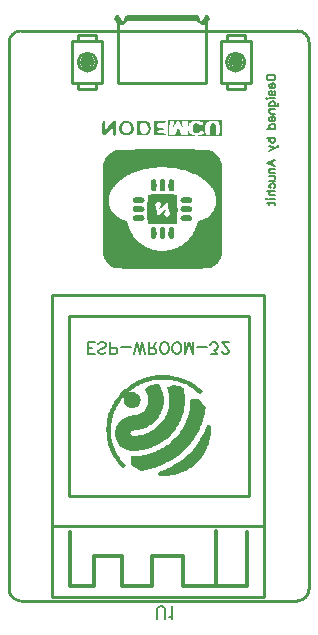
<source format=gbo>
G04 Layer: BottomSilkLayer*
G04 EasyEDA v6.4.14, 2021-02-05T01:12:07+07:00*
G04 a11fb1351f8b4d80ab88c56e364234f4,ed1066999ab64682bb259e5b7afb0417,10*
G04 Gerber Generator version 0.2*
G04 Scale: 100 percent, Rotated: No, Reflected: No *
G04 Dimensions in millimeters *
G04 leading zeros omitted , absolute positions ,4 integer and 5 decimal *
%FSLAX45Y45*%
%MOMM*%

%ADD10C,0.2540*%
%ADD17C,0.1524*%
%ADD18C,0.2997*%
%ADD19C,0.1270*%

%LPD*%
G36*
X8282431Y2321306D02*
G01*
X8258809Y2320493D01*
X8246973Y2319629D01*
X8223453Y2317140D01*
X8211718Y2315464D01*
X8188350Y2311247D01*
X8165185Y2305913D01*
X8147964Y2301138D01*
X8136534Y2297582D01*
X8125206Y2293772D01*
X8113928Y2289708D01*
X8097215Y2283002D01*
X8086140Y2278227D01*
X8064296Y2267762D01*
X8053527Y2262073D01*
X8042859Y2256129D01*
X8032343Y2249881D01*
X8021929Y2243378D01*
X8011617Y2236571D01*
X8001457Y2229510D01*
X7991398Y2222093D01*
X7981594Y2214473D01*
X7971993Y2206650D01*
X7962696Y2198624D01*
X7953603Y2190343D01*
X7944764Y2181860D01*
X7936179Y2173173D01*
X7927848Y2164283D01*
X7919770Y2155190D01*
X7911947Y2145893D01*
X7904378Y2136394D01*
X7897063Y2126691D01*
X7890002Y2116785D01*
X7883194Y2106726D01*
X7876692Y2096465D01*
X7870444Y2086000D01*
X7864449Y2075383D01*
X7858709Y2064562D01*
X7853273Y2053589D01*
X7848092Y2042464D01*
X7843215Y2031136D01*
X7838592Y2019604D01*
X7834223Y2007971D01*
X7826400Y1984146D01*
X7822946Y1972005D01*
X7820355Y1961845D01*
X7818018Y1951075D01*
X7815986Y1939747D01*
X7814208Y1928012D01*
X7812684Y1915922D01*
X7811414Y1903526D01*
X7810449Y1890928D01*
X7809534Y1871827D01*
X7809230Y1859127D01*
X7809230Y1846478D01*
X7809839Y1827834D01*
X7810550Y1815744D01*
X7811617Y1804009D01*
X7812938Y1792732D01*
X7814614Y1782013D01*
X7816951Y1769364D01*
X7819644Y1756867D01*
X7822692Y1744522D01*
X7826044Y1732280D01*
X7829753Y1720138D01*
X7833817Y1708150D01*
X7838186Y1696262D01*
X7842859Y1684528D01*
X7847888Y1672945D01*
X7853273Y1661464D01*
X7858963Y1650136D01*
X7864957Y1638960D01*
X7871307Y1627886D01*
X7877962Y1616964D01*
X7888630Y1600860D01*
X7896098Y1590294D01*
X7903921Y1579880D01*
X7912049Y1569567D01*
X7920532Y1559458D01*
X7932978Y1545437D01*
X7939989Y1538071D01*
X7945120Y1533042D01*
X7947659Y1531213D01*
X7949590Y1532229D01*
X7953146Y1534871D01*
X7963204Y1543710D01*
X7976514Y1556258D01*
X7958632Y1574749D01*
X7950504Y1583690D01*
X7942630Y1593037D01*
X7934959Y1602740D01*
X7927543Y1612747D01*
X7920380Y1623060D01*
X7913471Y1633626D01*
X7906816Y1644446D01*
X7900466Y1655521D01*
X7891475Y1672488D01*
X7885887Y1684020D01*
X7880654Y1695653D01*
X7875727Y1707438D01*
X7871206Y1719325D01*
X7866989Y1731264D01*
X7863179Y1743252D01*
X7859775Y1755241D01*
X7856728Y1767230D01*
X7854137Y1779219D01*
X7851952Y1791157D01*
X7850225Y1803298D01*
X7848904Y1815896D01*
X7848041Y1828901D01*
X7847533Y1842160D01*
X7847482Y1855622D01*
X7847838Y1869287D01*
X7848600Y1883054D01*
X7849717Y1896821D01*
X7851292Y1910588D01*
X7853172Y1924253D01*
X7855458Y1937715D01*
X7858099Y1950974D01*
X7861147Y1963877D01*
X7864500Y1976475D01*
X7868208Y1988616D01*
X7872272Y2000250D01*
X7876540Y2011070D01*
X7881518Y2022348D01*
X7887055Y2034032D01*
X7893100Y2045919D01*
X7899552Y2057857D01*
X7906308Y2069693D01*
X7913319Y2081326D01*
X7920431Y2092604D01*
X7927644Y2103323D01*
X7934756Y2113432D01*
X7941767Y2122678D01*
X7948574Y2131009D01*
X7955076Y2138222D01*
X7961172Y2144217D01*
X7970012Y2152243D01*
X7963712Y2140356D01*
X7960969Y2133904D01*
X7959039Y2126081D01*
X7957820Y2117090D01*
X7957464Y2107234D01*
X7957870Y2095754D01*
X7958480Y2091182D01*
X7959445Y2087118D01*
X7960817Y2083358D01*
X7962696Y2079599D01*
X7965084Y2075688D01*
X7968132Y2071319D01*
X7971942Y2066493D01*
X7976057Y2062124D01*
X7980425Y2058162D01*
X7984998Y2054555D01*
X7989773Y2051405D01*
X7994751Y2048713D01*
X7999882Y2046376D01*
X8005114Y2044496D01*
X8010448Y2043023D01*
X8015884Y2041956D01*
X8021370Y2041347D01*
X8026908Y2041093D01*
X8032394Y2041296D01*
X8037880Y2041906D01*
X8043265Y2042972D01*
X8048650Y2044395D01*
X8053882Y2046274D01*
X8059013Y2048560D01*
X8063941Y2051304D01*
X8068767Y2054402D01*
X8073339Y2057958D01*
X8077657Y2061921D01*
X8081772Y2066289D01*
X8085581Y2071116D01*
X8088680Y2075789D01*
X8091373Y2080514D01*
X8093557Y2085289D01*
X8095335Y2090166D01*
X8096656Y2094992D01*
X8097570Y2099868D01*
X8098078Y2104745D01*
X8098231Y2109571D01*
X8097977Y2114346D01*
X8097316Y2119122D01*
X8096351Y2123795D01*
X8095081Y2128367D01*
X8093456Y2132838D01*
X8089290Y2141474D01*
X8086750Y2145538D01*
X8083956Y2149449D01*
X8080908Y2153208D01*
X8077657Y2156764D01*
X8074152Y2160117D01*
X8070443Y2163216D01*
X8062417Y2168702D01*
X8058099Y2171039D01*
X8053679Y2173071D01*
X8049107Y2174798D01*
X8044383Y2176221D01*
X8039506Y2177338D01*
X8034578Y2178050D01*
X8029549Y2178456D01*
X8024418Y2178405D01*
X8019237Y2177999D01*
X8014004Y2177186D01*
X8008721Y2175916D01*
X8003438Y2174189D01*
X7998155Y2172055D01*
X7982356Y2164892D01*
X8004556Y2184196D01*
X8013649Y2191562D01*
X8023250Y2198725D01*
X8033258Y2205685D01*
X8043672Y2212492D01*
X8054492Y2219045D01*
X8065617Y2225344D01*
X8077098Y2231440D01*
X8088833Y2237282D01*
X8100872Y2242820D01*
X8113115Y2248103D01*
X8125561Y2253030D01*
X8138210Y2257704D01*
X8150961Y2262022D01*
X8163864Y2266035D01*
X8176818Y2269642D01*
X8189823Y2272944D01*
X8202879Y2275789D01*
X8214258Y2277973D01*
X8224621Y2279497D01*
X8235696Y2280716D01*
X8247430Y2281682D01*
X8259673Y2282342D01*
X8272272Y2282748D01*
X8285124Y2282901D01*
X8298129Y2282748D01*
X8323834Y2281631D01*
X8348421Y2279396D01*
X8360003Y2277872D01*
X8370874Y2276094D01*
X8382253Y2273808D01*
X8394700Y2270912D01*
X8407095Y2267661D01*
X8419490Y2264003D01*
X8431784Y2260041D01*
X8443976Y2255723D01*
X8456066Y2251100D01*
X8468004Y2246122D01*
X8479739Y2240889D01*
X8497062Y2232456D01*
X8508288Y2226462D01*
X8519261Y2220264D01*
X8529980Y2213762D01*
X8540394Y2207056D01*
X8550452Y2200097D01*
X8560206Y2192934D01*
X8569553Y2185568D01*
X8586216Y2171496D01*
X8592921Y2166162D01*
X8597950Y2162556D01*
X8600541Y2161235D01*
X8602624Y2162149D01*
X8606078Y2164740D01*
X8610498Y2168550D01*
X8615426Y2173224D01*
X8622233Y2180234D01*
X8625027Y2184603D01*
X8624316Y2188108D01*
X8620556Y2192578D01*
X8615629Y2197150D01*
X8607348Y2204110D01*
X8596782Y2212543D01*
X8585149Y2221484D01*
X8575141Y2228850D01*
X8564981Y2235911D01*
X8554669Y2242718D01*
X8539022Y2252421D01*
X8528405Y2258517D01*
X8512352Y2267102D01*
X8501481Y2272487D01*
X8490508Y2277618D01*
X8479434Y2282444D01*
X8468309Y2286965D01*
X8457082Y2291232D01*
X8445804Y2295245D01*
X8434425Y2298954D01*
X8422995Y2302357D01*
X8399932Y2308352D01*
X8376666Y2313178D01*
X8364981Y2315210D01*
X8341461Y2318359D01*
X8323783Y2319985D01*
X8311997Y2320696D01*
X8300161Y2321153D01*
G37*
G36*
X8240014Y2247392D02*
G01*
X8233714Y2246833D01*
X8216950Y2244039D01*
X8199120Y2240432D01*
X8186674Y2237028D01*
X8181035Y2235047D01*
X8175650Y2232812D01*
X8170519Y2230374D01*
X8165592Y2227580D01*
X8160816Y2224532D01*
X8156092Y2221077D01*
X8151418Y2217318D01*
X8141868Y2208479D01*
X8130540Y2197252D01*
X8141258Y2181809D01*
X8146999Y2172512D01*
X8149539Y2167585D01*
X8153958Y2157323D01*
X8157464Y2146604D01*
X8158886Y2141067D01*
X8161020Y2129790D01*
X8162290Y2118309D01*
X8162594Y2106777D01*
X8161985Y2095347D01*
X8160410Y2084019D01*
X8157870Y2073046D01*
X8156295Y2067712D01*
X8152333Y2057400D01*
X8149996Y2052472D01*
X8147151Y2047189D01*
X8143951Y2042007D01*
X8140496Y2036927D01*
X8136737Y2031898D01*
X8132775Y2027072D01*
X8124088Y2017775D01*
X8114639Y2009190D01*
X8104631Y2001469D01*
X8099501Y1997964D01*
X8088985Y1991715D01*
X8078317Y1986686D01*
X8072983Y1984654D01*
X8067649Y1982978D01*
X8062417Y1981657D01*
X8046415Y1979168D01*
X8011363Y1974138D01*
X7998815Y1971649D01*
X7987080Y1968449D01*
X7976057Y1964486D01*
X7970774Y1962251D01*
X7965592Y1959762D01*
X7955534Y1954123D01*
X7945729Y1947519D01*
X7936026Y1939899D01*
X7926628Y1931466D01*
X7918196Y1922780D01*
X7910677Y1913788D01*
X7904073Y1904441D01*
X7898384Y1894789D01*
X7893608Y1884781D01*
X7889748Y1874418D01*
X7886801Y1863699D01*
X7884769Y1852625D01*
X7884058Y1846986D01*
X7883347Y1835353D01*
X7883550Y1823364D01*
X7884668Y1811020D01*
X7885582Y1804517D01*
X7886750Y1798167D01*
X7888173Y1791868D01*
X7889849Y1785721D01*
X7893913Y1773834D01*
X7896250Y1768043D01*
X7898841Y1762404D01*
X7904683Y1751584D01*
X7907934Y1746351D01*
X7911388Y1741322D01*
X7918958Y1731670D01*
X7927289Y1722678D01*
X7936433Y1714398D01*
X7946339Y1706829D01*
X7956956Y1700022D01*
X7962493Y1696872D01*
X7974177Y1691233D01*
X7986471Y1686407D01*
X7992872Y1684324D01*
X8001000Y1682597D01*
X8012480Y1681124D01*
X8025790Y1680108D01*
X8039404Y1679600D01*
X8051038Y1679702D01*
X8062823Y1680210D01*
X8074761Y1681124D01*
X8086801Y1682394D01*
X8098942Y1684121D01*
X8111185Y1686204D01*
X8123478Y1688693D01*
X8135823Y1691538D01*
X8148218Y1694789D01*
X8160562Y1698396D01*
X8172856Y1702358D01*
X8185099Y1706676D01*
X8197291Y1711350D01*
X8209381Y1716379D01*
X8221370Y1721713D01*
X8233206Y1727403D01*
X8244586Y1733296D01*
X8255762Y1739493D01*
X8266734Y1745996D01*
X8277453Y1752803D01*
X8287969Y1759915D01*
X8298281Y1767281D01*
X8308340Y1774901D01*
X8318144Y1782876D01*
X8327694Y1791055D01*
X8336991Y1799488D01*
X8346084Y1808175D01*
X8354872Y1817116D01*
X8363407Y1826310D01*
X8371636Y1835708D01*
X8379612Y1845310D01*
X8387283Y1855114D01*
X8394700Y1865172D01*
X8401812Y1875383D01*
X8408619Y1885848D01*
X8415121Y1896465D01*
X8421268Y1907235D01*
X8427161Y1918207D01*
X8432698Y1929333D01*
X8437930Y1940610D01*
X8442807Y1952040D01*
X8447379Y1963572D01*
X8451545Y1975307D01*
X8455406Y1987143D01*
X8458911Y1999081D01*
X8462060Y2011121D01*
X8464804Y2023313D01*
X8467191Y2035556D01*
X8468817Y2045970D01*
X8470188Y2057400D01*
X8471204Y2069642D01*
X8471966Y2082495D01*
X8472424Y2095754D01*
X8472474Y2122627D01*
X8471357Y2148535D01*
X8470341Y2160574D01*
X8469020Y2171801D01*
X8467445Y2181860D01*
X8462111Y2211578D01*
X8460384Y2212695D01*
X8448700Y2217674D01*
X8430717Y2224481D01*
X8412022Y2231034D01*
X8381847Y2240229D01*
X8343341Y2226208D01*
X8336483Y2223516D01*
X8331352Y2221230D01*
X8327796Y2219248D01*
X8325561Y2217420D01*
X8324443Y2215591D01*
X8324189Y2213660D01*
X8324646Y2211476D01*
X8329777Y2194306D01*
X8333740Y2179878D01*
X8336686Y2167229D01*
X8338667Y2155545D01*
X8339886Y2143810D01*
X8340445Y2131212D01*
X8340445Y2116785D01*
X8339277Y2080564D01*
X8338312Y2065426D01*
X8336940Y2053132D01*
X8334959Y2042261D01*
X8332216Y2031695D01*
X8328507Y2020062D01*
X8323935Y2007311D01*
X8319109Y1995068D01*
X8313928Y1983333D01*
X8308441Y1972056D01*
X8302548Y1961235D01*
X8296300Y1950770D01*
X8289594Y1940661D01*
X8282431Y1930806D01*
X8274862Y1921256D01*
X8266734Y1911908D01*
X8258098Y1902714D01*
X8248903Y1893620D01*
X8239759Y1885238D01*
X8230362Y1877212D01*
X8220760Y1869643D01*
X8210956Y1862480D01*
X8200948Y1855724D01*
X8190788Y1849374D01*
X8180425Y1843481D01*
X8169859Y1837994D01*
X8159191Y1832965D01*
X8148320Y1828342D01*
X8137347Y1824177D01*
X8126171Y1820468D01*
X8114944Y1817217D01*
X8103514Y1814372D01*
X8092033Y1812036D01*
X8080400Y1810105D01*
X8068716Y1808683D01*
X8056930Y1807718D01*
X8038541Y1806752D01*
X8032546Y1806702D01*
X8028178Y1807108D01*
X8024977Y1807921D01*
X8022539Y1809292D01*
X8020558Y1811223D01*
X8018576Y1813814D01*
X8015478Y1818792D01*
X8013547Y1823516D01*
X8012785Y1827987D01*
X8013141Y1832152D01*
X8014614Y1836013D01*
X8017205Y1839569D01*
X8020812Y1842770D01*
X8025536Y1845564D01*
X8031225Y1847951D01*
X8037931Y1849932D01*
X8045653Y1851456D01*
X8060181Y1853133D01*
X8071967Y1854809D01*
X8083753Y1857044D01*
X8095488Y1859838D01*
X8107172Y1863242D01*
X8118754Y1867103D01*
X8130235Y1871522D01*
X8141462Y1876399D01*
X8152536Y1881784D01*
X8163356Y1887575D01*
X8173872Y1893824D01*
X8184032Y1900478D01*
X8193887Y1907489D01*
X8203285Y1914906D01*
X8212328Y1922678D01*
X8220811Y1930755D01*
X8228838Y1939137D01*
X8236305Y1947824D01*
X8243620Y1957324D01*
X8250732Y1967484D01*
X8257336Y1977847D01*
X8263381Y1988413D01*
X8268919Y1999132D01*
X8273897Y2010054D01*
X8278368Y2021078D01*
X8282279Y2032254D01*
X8285632Y2043582D01*
X8288477Y2054961D01*
X8290763Y2066442D01*
X8292541Y2077974D01*
X8293709Y2089556D01*
X8294370Y2101240D01*
X8294471Y2112873D01*
X8294065Y2124557D01*
X8293049Y2136241D01*
X8291474Y2147925D01*
X8289391Y2159558D01*
X8286750Y2171141D01*
X8283498Y2182672D01*
X8279739Y2194153D01*
X8275370Y2205482D01*
X8270494Y2216759D01*
X8264550Y2228951D01*
X8261654Y2234438D01*
X8258860Y2238857D01*
X8256066Y2242312D01*
X8252968Y2244801D01*
X8249412Y2246426D01*
X8245144Y2247239D01*
G37*
G36*
X8589924Y2120138D02*
G01*
X8533739Y2118664D01*
X8530234Y2118207D01*
X8527389Y2117445D01*
X8525103Y2116226D01*
X8523325Y2114499D01*
X8522004Y2112162D01*
X8520988Y2109063D01*
X8520226Y2105152D01*
X8519210Y2094484D01*
X8517382Y2063902D01*
X8516213Y2052066D01*
X8514689Y2040229D01*
X8512810Y2028342D01*
X8510574Y2016404D01*
X8507933Y2004415D01*
X8504986Y1992477D01*
X8501634Y1980488D01*
X8497976Y1968550D01*
X8493963Y1956663D01*
X8489594Y1944827D01*
X8484920Y1933041D01*
X8479891Y1921357D01*
X8474557Y1909775D01*
X8468918Y1898294D01*
X8462975Y1886966D01*
X8456726Y1875739D01*
X8450173Y1864715D01*
X8443315Y1853793D01*
X8436203Y1843125D01*
X8429650Y1833880D01*
X8423046Y1825396D01*
X8415426Y1816354D01*
X8407044Y1806905D01*
X8388299Y1787194D01*
X8367928Y1767484D01*
X8357565Y1757934D01*
X8347202Y1748789D01*
X8337042Y1740204D01*
X8327237Y1732280D01*
X8317941Y1725218D01*
X8309203Y1719072D01*
X8299602Y1712975D01*
X8288375Y1706219D01*
X8276996Y1699717D01*
X8265464Y1693519D01*
X8253831Y1687575D01*
X8242046Y1681937D01*
X8218322Y1671523D01*
X8206333Y1666748D01*
X8194344Y1662277D01*
X8182356Y1658162D01*
X8170316Y1654302D01*
X8158327Y1650796D01*
X8146338Y1647596D01*
X8134400Y1644751D01*
X8122513Y1642262D01*
X8110778Y1640078D01*
X8099094Y1638249D01*
X8087512Y1636776D01*
X8076082Y1635658D01*
X8064804Y1634947D01*
X8053679Y1634540D01*
X8020761Y1634489D01*
X8017611Y1610918D01*
X8016392Y1592732D01*
X8016290Y1578610D01*
X8016595Y1573936D01*
X8017306Y1570177D01*
X8018627Y1566926D01*
X8020659Y1563878D01*
X8023656Y1560677D01*
X8033156Y1552651D01*
X8041589Y1546199D01*
X8051952Y1538833D01*
X8062975Y1531366D01*
X8073288Y1524812D01*
X8082788Y1519275D01*
X8091474Y1514805D01*
X8098383Y1511706D01*
X8102549Y1510588D01*
X8107934Y1511147D01*
X8131657Y1514957D01*
X8147050Y1517700D01*
X8165541Y1521460D01*
X8190026Y1527403D01*
X8202218Y1530756D01*
X8214359Y1534363D01*
X8238439Y1542288D01*
X8256320Y1548892D01*
X8279841Y1558544D01*
X8297265Y1566367D01*
X8308746Y1571904D01*
X8325764Y1580591D01*
X8348014Y1592884D01*
X8364423Y1602689D01*
X8385759Y1616506D01*
X8396173Y1623669D01*
X8416594Y1638655D01*
X8426602Y1646428D01*
X8446008Y1662531D01*
X8460079Y1675079D01*
X8473694Y1687982D01*
X8486851Y1701292D01*
X8503716Y1719630D01*
X8511794Y1729028D01*
X8527237Y1748180D01*
X8541918Y1767941D01*
X8548928Y1778050D01*
X8562289Y1798624D01*
X8571788Y1814423D01*
X8577834Y1825040D01*
X8589264Y1846732D01*
X8597239Y1863242D01*
X8602268Y1874367D01*
X8611616Y1896922D01*
X8615984Y1908352D01*
X8620099Y1919833D01*
X8623960Y1931365D01*
X8627567Y1942998D01*
X8634069Y1966417D01*
X8639606Y1990089D01*
X8644077Y2013966D01*
X8648496Y2040178D01*
X8632342Y2065629D01*
X8625230Y2075992D01*
X8617305Y2086813D01*
X8609533Y2096820D01*
G37*
G36*
X8666835Y1897938D02*
G01*
X8662822Y1895500D01*
X8658707Y1888286D01*
X8645906Y1857756D01*
X8640978Y1846732D01*
X8633155Y1830324D01*
X8622030Y1808835D01*
X8613140Y1793036D01*
X8600592Y1772361D01*
X8587282Y1752142D01*
X8580374Y1742236D01*
X8565946Y1722831D01*
X8550808Y1703933D01*
X8538972Y1690166D01*
X8522614Y1672234D01*
X8505596Y1654962D01*
X8492388Y1642364D01*
X8478824Y1630121D01*
X8464905Y1618284D01*
X8445804Y1603044D01*
X8436051Y1595678D01*
X8421116Y1584909D01*
X8405876Y1574596D01*
X8390331Y1564640D01*
X8374430Y1555089D01*
X8352840Y1543050D01*
X8330742Y1531772D01*
X8302701Y1518716D01*
X8272322Y1505813D01*
X8257286Y1500174D01*
X8250631Y1497279D01*
X8246160Y1494891D01*
X8244535Y1493316D01*
X8244941Y1491335D01*
X8247837Y1483309D01*
X8255304Y1465834D01*
X8291474Y1465834D01*
X8303717Y1466189D01*
X8315909Y1466900D01*
X8328101Y1467967D01*
X8340191Y1469390D01*
X8352281Y1471117D01*
X8364321Y1473200D01*
X8376259Y1475638D01*
X8388146Y1478432D01*
X8399932Y1481531D01*
X8411667Y1484985D01*
X8423249Y1488744D01*
X8434781Y1492808D01*
X8446160Y1497279D01*
X8457438Y1502003D01*
X8468563Y1507083D01*
X8479536Y1512468D01*
X8490407Y1518158D01*
X8501075Y1524203D01*
X8511590Y1530502D01*
X8521039Y1536598D01*
X8529929Y1542999D01*
X8539429Y1550365D01*
X8549233Y1558544D01*
X8559292Y1567332D01*
X8569401Y1576628D01*
X8579307Y1586230D01*
X8588959Y1595983D01*
X8598052Y1605686D01*
X8606536Y1615236D01*
X8614206Y1624380D01*
X8620861Y1633067D01*
X8627516Y1642668D01*
X8634679Y1653895D01*
X8641486Y1665325D01*
X8647887Y1676958D01*
X8653881Y1688795D01*
X8659469Y1700784D01*
X8664702Y1712975D01*
X8669477Y1725269D01*
X8673846Y1737715D01*
X8677808Y1750314D01*
X8681364Y1763014D01*
X8684463Y1775764D01*
X8687155Y1788617D01*
X8689390Y1801520D01*
X8691168Y1814525D01*
X8692540Y1827530D01*
X8693454Y1840534D01*
X8693912Y1853590D01*
X8693912Y1870456D01*
X8693505Y1878330D01*
X8692591Y1884273D01*
X8690965Y1888540D01*
X8688324Y1891639D01*
X8684463Y1893824D01*
X8679180Y1895602D01*
X8672220Y1897329D01*
G37*
G36*
X8256422Y4231894D02*
G01*
X8107019Y4231284D01*
X7989062Y4229912D01*
X7944053Y4228896D01*
X7911338Y4227728D01*
X7900314Y4227068D01*
X7893202Y4226356D01*
X7885684Y4224426D01*
X7874914Y4220667D01*
X7864500Y4216095D01*
X7854442Y4210761D01*
X7844891Y4204665D01*
X7835747Y4197858D01*
X7827162Y4190441D01*
X7819136Y4182414D01*
X7811719Y4173829D01*
X7804962Y4164685D01*
X7798866Y4155084D01*
X7793532Y4145026D01*
X7788960Y4134612D01*
X7785201Y4123791D01*
X7783474Y4117390D01*
X7782763Y4111345D01*
X7781442Y4087520D01*
X7780375Y4049979D01*
X7779461Y4000957D01*
X7778750Y3942689D01*
X7777888Y3798773D01*
X7829956Y3798773D01*
X7830108Y3807612D01*
X7830667Y3816400D01*
X7831683Y3825189D01*
X7833207Y3833876D01*
X7835138Y3842512D01*
X7837474Y3851148D01*
X7840268Y3859631D01*
X7843520Y3868115D01*
X7847177Y3876497D01*
X7851241Y3884777D01*
X7855712Y3892956D01*
X7860639Y3901084D01*
X7865922Y3909110D01*
X7871612Y3916984D01*
X7877657Y3924757D01*
X7884159Y3932428D01*
X7890967Y3939946D01*
X7898180Y3947363D01*
X7905800Y3954627D01*
X7913725Y3961790D01*
X7922056Y3968750D01*
X7930692Y3975557D01*
X7939735Y3982212D01*
X7949082Y3988714D01*
X7958734Y3995013D01*
X7968792Y4001160D01*
X7979105Y4007154D01*
X7989773Y4012895D01*
X8000796Y4018483D01*
X8012074Y4023817D01*
X8023656Y4028998D01*
X8035594Y4033926D01*
X8047786Y4038650D01*
X8060232Y4043172D01*
X8073034Y4047439D01*
X8086039Y4051452D01*
X8099399Y4055262D01*
X8112963Y4058767D01*
X8126780Y4062069D01*
X8148066Y4066489D01*
X8162544Y4069130D01*
X8176615Y4071365D01*
X8197646Y4074210D01*
X8218678Y4076395D01*
X8246618Y4078376D01*
X8274354Y4079240D01*
X8288172Y4079290D01*
X8301888Y4079087D01*
X8315553Y4078630D01*
X8342579Y4076954D01*
X8369198Y4074312D01*
X8388908Y4071670D01*
X8401862Y4069638D01*
X8427415Y4064863D01*
X8446211Y4060698D01*
X8470696Y4054348D01*
X8494522Y4047185D01*
X8506155Y4043273D01*
X8528812Y4034891D01*
X8550656Y4025696D01*
X8561222Y4020820D01*
X8581694Y4010507D01*
X8591600Y4005072D01*
X8601202Y3999484D01*
X8610549Y3993692D01*
X8619642Y3987749D01*
X8628481Y3981653D01*
X8636965Y3975404D01*
X8645245Y3968953D01*
X8653170Y3962349D01*
X8660790Y3955643D01*
X8668105Y3948734D01*
X8675116Y3941724D01*
X8681821Y3934510D01*
X8688171Y3927195D01*
X8697010Y3915968D01*
X8702497Y3908348D01*
X8707577Y3900525D01*
X8712352Y3892651D01*
X8716721Y3884625D01*
X8720683Y3876497D01*
X8724290Y3868216D01*
X8727490Y3859834D01*
X8730234Y3851401D01*
X8732621Y3842816D01*
X8734602Y3834129D01*
X8736126Y3825341D01*
X8737193Y3816451D01*
X8737904Y3806444D01*
X8737854Y3795318D01*
X8737041Y3784193D01*
X8735415Y3773170D01*
X8733078Y3762298D01*
X8730030Y3751529D01*
X8726271Y3740962D01*
X8721902Y3730650D01*
X8716873Y3720592D01*
X8711234Y3710838D01*
X8705037Y3701440D01*
X8698280Y3692398D01*
X8691016Y3683812D01*
X8683244Y3675634D01*
X8675065Y3668014D01*
X8666429Y3660901D01*
X8657386Y3654348D01*
X8647988Y3648456D01*
X8638235Y3643172D01*
X8628176Y3638600D01*
X8617813Y3634740D01*
X8607196Y3631692D01*
X8592312Y3628136D01*
X8586470Y3625697D01*
X8583218Y3622548D01*
X8581593Y3618026D01*
X8578646Y3605682D01*
X8575294Y3593592D01*
X8571484Y3581654D01*
X8567267Y3569970D01*
X8562594Y3558540D01*
X8557514Y3547313D01*
X8552078Y3536340D01*
X8546185Y3525672D01*
X8539937Y3515258D01*
X8533282Y3505149D01*
X8526322Y3495294D01*
X8518956Y3485743D01*
X8511235Y3476548D01*
X8503158Y3467658D01*
X8494776Y3459073D01*
X8486089Y3450844D01*
X8477046Y3442970D01*
X8467750Y3435451D01*
X8458098Y3428288D01*
X8448192Y3421532D01*
X8437981Y3415182D01*
X8427516Y3409187D01*
X8416798Y3403600D01*
X8405876Y3398418D01*
X8394649Y3393694D01*
X8383168Y3389426D01*
X8371535Y3385565D01*
X8359648Y3382162D01*
X8348268Y3379419D01*
X8336889Y3377082D01*
X8325510Y3375253D01*
X8314181Y3373882D01*
X8302853Y3372916D01*
X8291575Y3372408D01*
X8280349Y3372307D01*
X8269173Y3372662D01*
X8258098Y3373424D01*
X8247075Y3374593D01*
X8236102Y3376168D01*
X8225281Y3378149D01*
X8214563Y3380536D01*
X8203946Y3383279D01*
X8193430Y3386429D01*
X8183067Y3389985D01*
X8172856Y3393897D01*
X8162798Y3398164D01*
X8152892Y3402787D01*
X8143189Y3407765D01*
X8133638Y3413099D01*
X8124291Y3418789D01*
X8115147Y3424783D01*
X8106206Y3431133D01*
X8097469Y3437788D01*
X8088985Y3444748D01*
X8080705Y3452063D01*
X8072729Y3459683D01*
X8064957Y3467557D01*
X8057489Y3475736D01*
X8050275Y3484219D01*
X8043367Y3493008D01*
X8036712Y3502050D01*
X8030413Y3511346D01*
X8024418Y3520948D01*
X8018729Y3530752D01*
X8013395Y3540861D01*
X8008366Y3551174D01*
X8001508Y3567125D01*
X7997444Y3578047D01*
X7993684Y3589223D01*
X7990331Y3600602D01*
X7986064Y3618026D01*
X7984439Y3622548D01*
X7981188Y3625748D01*
X7975346Y3628136D01*
X7960207Y3631793D01*
X7954518Y3633419D01*
X7948726Y3635400D01*
X7937195Y3640226D01*
X7925612Y3646068D01*
X7919872Y3649370D01*
X7908645Y3656634D01*
X7897723Y3664661D01*
X7887360Y3673398D01*
X7877657Y3682644D01*
X7873085Y3687419D01*
X7864652Y3697325D01*
X7860792Y3702354D01*
X7853934Y3712616D01*
X7850936Y3717798D01*
X7846212Y3727450D01*
X7842503Y3736390D01*
X7839202Y3745280D01*
X7836458Y3754221D01*
X7834223Y3763162D01*
X7832445Y3772103D01*
X7831124Y3780993D01*
X7830312Y3789883D01*
X7829956Y3798773D01*
X7777888Y3798773D01*
X7777835Y3671112D01*
X7778546Y3532581D01*
X7779156Y3471418D01*
X7780020Y3418687D01*
X7781036Y3376574D01*
X7782255Y3347364D01*
X7782915Y3338271D01*
X7783677Y3333242D01*
X7786928Y3322421D01*
X7791094Y3311906D01*
X7793431Y3306775D01*
X7798765Y3296767D01*
X7801660Y3291941D01*
X7808061Y3282594D01*
X7815122Y3273704D01*
X7822742Y3265373D01*
X7830972Y3257651D01*
X7839709Y3250488D01*
X7848955Y3244037D01*
X7858607Y3238246D01*
X7868666Y3233267D01*
X7873796Y3231032D01*
X7884363Y3227273D01*
X7890560Y3225546D01*
X7896504Y3224834D01*
X7920126Y3223564D01*
X7957616Y3222447D01*
X8006689Y3221583D01*
X8065058Y3220872D01*
X8209737Y3220008D01*
X8346592Y3219907D01*
X8492540Y3220669D01*
X8551976Y3221329D01*
X8602421Y3222142D01*
X8641588Y3223209D01*
X8667242Y3224428D01*
X8674303Y3225139D01*
X8681770Y3227019D01*
X8692591Y3230778D01*
X8703005Y3235350D01*
X8713063Y3240735D01*
X8722664Y3246780D01*
X8731808Y3253587D01*
X8740394Y3261004D01*
X8744508Y3264915D01*
X8752230Y3273247D01*
X8759342Y3282086D01*
X8765794Y3291433D01*
X8771483Y3301288D01*
X8776462Y3311499D01*
X8780627Y3322116D01*
X8782405Y3327552D01*
X8784132Y3333902D01*
X8784844Y3339998D01*
X8786164Y3363874D01*
X8787231Y3401415D01*
X8788146Y3450437D01*
X8789416Y3573983D01*
X8789720Y3643985D01*
X8789822Y3780332D01*
X8789060Y3926890D01*
X8788400Y3987088D01*
X8787536Y4038650D01*
X8785910Y4094784D01*
X8785250Y4106773D01*
X8784183Y4117390D01*
X8782456Y4123791D01*
X8778697Y4134612D01*
X8774125Y4145026D01*
X8768740Y4155084D01*
X8762695Y4164685D01*
X8755888Y4173829D01*
X8748471Y4182414D01*
X8744559Y4186529D01*
X8736228Y4194251D01*
X8727389Y4201363D01*
X8718042Y4207764D01*
X8708237Y4213504D01*
X8697976Y4218482D01*
X8687358Y4222648D01*
X8681974Y4224426D01*
X8675573Y4226153D01*
X8669477Y4226864D01*
X8659418Y4227576D01*
X8628380Y4228744D01*
X8584793Y4229760D01*
X8530894Y4230573D01*
X8468868Y4231233D01*
X8392160Y4231690D01*
G37*
G36*
X8359648Y3978452D02*
G01*
X8355177Y3978198D01*
X8351215Y3977335D01*
X8347709Y3975862D01*
X8344662Y3973779D01*
X8342071Y3970934D01*
X8339886Y3967378D01*
X8338108Y3963009D01*
X8336737Y3957828D01*
X8335670Y3951782D01*
X8334908Y3944772D01*
X8334502Y3936847D01*
X8334400Y3917340D01*
X8334552Y3909060D01*
X8334959Y3902710D01*
X8335619Y3897833D01*
X8336635Y3894074D01*
X8338108Y3891076D01*
X8340039Y3888384D01*
X8342630Y3885641D01*
X8346541Y3882440D01*
X8351062Y3879799D01*
X8355584Y3878021D01*
X8359648Y3877360D01*
X8364118Y3877665D01*
X8368080Y3878478D01*
X8371535Y3879951D01*
X8374583Y3882085D01*
X8377174Y3884879D01*
X8379358Y3888486D01*
X8381136Y3892854D01*
X8382558Y3898036D01*
X8383574Y3904081D01*
X8384336Y3911041D01*
X8384743Y3918965D01*
X8384895Y3927906D01*
X8384743Y3936847D01*
X8384336Y3944772D01*
X8383574Y3951782D01*
X8382558Y3957828D01*
X8381136Y3963009D01*
X8379358Y3967378D01*
X8377174Y3970934D01*
X8374583Y3973779D01*
X8371535Y3975862D01*
X8368080Y3977335D01*
X8364118Y3978198D01*
G37*
G36*
X8283803Y3978452D02*
G01*
X8278926Y3978249D01*
X8274710Y3977640D01*
X8271052Y3976471D01*
X8267953Y3974642D01*
X8265414Y3972153D01*
X8263331Y3968902D01*
X8261705Y3964736D01*
X8260486Y3959606D01*
X8259572Y3953459D01*
X8258962Y3946194D01*
X8258556Y3927906D01*
X8258759Y3906926D01*
X8259114Y3899966D01*
X8259724Y3894836D01*
X8260689Y3891076D01*
X8262112Y3888282D01*
X8264042Y3885996D01*
X8266531Y3883812D01*
X8270341Y3881323D01*
X8274862Y3879291D01*
X8279536Y3877868D01*
X8283803Y3877360D01*
X8288680Y3877564D01*
X8292947Y3878224D01*
X8296605Y3879392D01*
X8299653Y3881170D01*
X8302193Y3883660D01*
X8304275Y3886962D01*
X8305952Y3891127D01*
X8307171Y3896258D01*
X8308086Y3902405D01*
X8308644Y3909669D01*
X8309000Y3918153D01*
X8309000Y3937711D01*
X8308644Y3946194D01*
X8308086Y3953459D01*
X8307171Y3959606D01*
X8305952Y3964736D01*
X8304275Y3968902D01*
X8302193Y3972153D01*
X8299653Y3974642D01*
X8296605Y3976471D01*
X8292947Y3977640D01*
X8288680Y3978249D01*
G37*
G36*
X8208009Y3978452D02*
G01*
X8203539Y3978198D01*
X8199577Y3977335D01*
X8196122Y3975862D01*
X8193074Y3973779D01*
X8190484Y3970934D01*
X8188299Y3967378D01*
X8186521Y3963009D01*
X8185099Y3957828D01*
X8184032Y3951782D01*
X8183321Y3944772D01*
X8182864Y3936847D01*
X8182965Y3909060D01*
X8183321Y3902710D01*
X8183981Y3897833D01*
X8185048Y3894074D01*
X8186470Y3891076D01*
X8188452Y3888384D01*
X8191042Y3885641D01*
X8194903Y3882440D01*
X8199424Y3879799D01*
X8203996Y3878021D01*
X8208009Y3877360D01*
X8212480Y3877665D01*
X8216442Y3878478D01*
X8219948Y3879951D01*
X8222996Y3882085D01*
X8225586Y3884879D01*
X8227720Y3888486D01*
X8229549Y3892854D01*
X8230920Y3898036D01*
X8231987Y3904081D01*
X8232749Y3911041D01*
X8233156Y3918965D01*
X8233308Y3927906D01*
X8233156Y3936847D01*
X8232749Y3944772D01*
X8231987Y3951782D01*
X8230920Y3957828D01*
X8229549Y3963009D01*
X8227720Y3967378D01*
X8225586Y3970934D01*
X8222996Y3973779D01*
X8219948Y3975862D01*
X8216442Y3977335D01*
X8212480Y3978198D01*
G37*
G36*
X8283803Y3853027D02*
G01*
X8241284Y3852570D01*
X8210550Y3851605D01*
X8197240Y3850944D01*
X8185607Y3850081D01*
X8176107Y3849115D01*
X8168995Y3848049D01*
X8166404Y3847439D01*
X8164575Y3846779D01*
X8163509Y3846118D01*
X8161985Y3844239D01*
X8160766Y3841597D01*
X8159750Y3837635D01*
X8158937Y3831894D01*
X8158276Y3823817D01*
X8157362Y3798773D01*
X8156811Y3762959D01*
X8220964Y3762959D01*
X8221573Y3767226D01*
X8223250Y3771442D01*
X8225942Y3775710D01*
X8229650Y3779926D01*
X8234070Y3783634D01*
X8238540Y3786174D01*
X8243062Y3787648D01*
X8247532Y3788105D01*
X8251799Y3787648D01*
X8255863Y3786378D01*
X8259572Y3784346D01*
X8262874Y3781704D01*
X8265668Y3778453D01*
X8267852Y3774744D01*
X8269376Y3770629D01*
X8270087Y3766159D01*
X8269986Y3761486D01*
X8268919Y3756660D01*
X8266836Y3751783D01*
X8259419Y3740454D01*
X8257184Y3734765D01*
X8257133Y3730650D01*
X8259470Y3729126D01*
X8262366Y3730955D01*
X8268208Y3736035D01*
X8276234Y3743553D01*
X8292541Y3759708D01*
X8303056Y3769360D01*
X8307120Y3772357D01*
X8310727Y3774338D01*
X8314131Y3775557D01*
X8317687Y3776116D01*
X8334349Y3776268D01*
X8334400Y3735476D01*
X8334959Y3722420D01*
X8335467Y3717391D01*
X8336127Y3713276D01*
X8336940Y3710025D01*
X8337956Y3707536D01*
X8342528Y3701491D01*
X8344916Y3697173D01*
X8346287Y3692906D01*
X8346694Y3688638D01*
X8346084Y3684371D01*
X8344509Y3680206D01*
X8341918Y3676040D01*
X8338312Y3671925D01*
X8334044Y3667963D01*
X8329828Y3664762D01*
X8326221Y3662679D01*
X8323681Y3661918D01*
X8318195Y3662679D01*
X8313267Y3664204D01*
X8308898Y3666540D01*
X8305190Y3669487D01*
X8302193Y3672992D01*
X8299907Y3676904D01*
X8298383Y3681222D01*
X8297722Y3685743D01*
X8297875Y3690467D01*
X8298992Y3695242D01*
X8301024Y3700018D01*
X8308238Y3711041D01*
X8310473Y3716731D01*
X8310473Y3720846D01*
X8308136Y3722370D01*
X8305292Y3720541D01*
X8299450Y3715461D01*
X8291423Y3707942D01*
X8269325Y3686301D01*
X8264550Y3682136D01*
X8260537Y3679139D01*
X8256930Y3677158D01*
X8253526Y3675938D01*
X8249970Y3675329D01*
X8233308Y3675176D01*
X8233206Y3715969D01*
X8232698Y3729075D01*
X8232190Y3734104D01*
X8231530Y3738219D01*
X8230717Y3741470D01*
X8229701Y3743909D01*
X8225078Y3750056D01*
X8222691Y3754374D01*
X8221319Y3758692D01*
X8220964Y3762959D01*
X8156811Y3762959D01*
X8156397Y3714851D01*
X8156295Y3663492D01*
X8156651Y3645204D01*
X8157362Y3631082D01*
X8158429Y3620515D01*
X8160003Y3612946D01*
X8160969Y3610051D01*
X8162086Y3607714D01*
X8163356Y3605834D01*
X8164779Y3604260D01*
X8168131Y3602024D01*
X8170062Y3601110D01*
X8174431Y3600145D01*
X8182000Y3599383D01*
X8192363Y3598722D01*
X8219846Y3598011D01*
X8236153Y3597859D01*
X8281111Y3598164D01*
X8317941Y3598926D01*
X8351977Y3600196D01*
X8379866Y3601821D01*
X8390534Y3602736D01*
X8398408Y3603751D01*
X8403132Y3604818D01*
X8404148Y3605377D01*
X8404809Y3606495D01*
X8406079Y3610864D01*
X8407196Y3618026D01*
X8408162Y3627526D01*
X8409686Y3652469D01*
X8410651Y3683203D01*
X8411057Y3717086D01*
X8410803Y3760063D01*
X8409940Y3791762D01*
X8408568Y3818382D01*
X8407654Y3828999D01*
X8406638Y3837330D01*
X8405469Y3843172D01*
X8404809Y3845001D01*
X8404148Y3846068D01*
X8403031Y3846779D01*
X8398662Y3847998D01*
X8391550Y3849115D01*
X8382000Y3850081D01*
X8357057Y3851605D01*
X8326374Y3852570D01*
G37*
G36*
X8485987Y3826814D02*
G01*
X8477046Y3826713D01*
X8469122Y3826256D01*
X8462111Y3825544D01*
X8456066Y3824478D01*
X8450884Y3823055D01*
X8446516Y3821277D01*
X8442960Y3819093D01*
X8440115Y3816502D01*
X8438032Y3813505D01*
X8436559Y3810000D01*
X8435695Y3806037D01*
X8435441Y3801567D01*
X8436102Y3797503D01*
X8437880Y3792982D01*
X8440521Y3788460D01*
X8443722Y3784549D01*
X8446414Y3782009D01*
X8449106Y3780028D01*
X8452104Y3778554D01*
X8455863Y3777538D01*
X8460740Y3776878D01*
X8467090Y3776472D01*
X8485987Y3776268D01*
X8494928Y3776421D01*
X8502853Y3776827D01*
X8509812Y3777589D01*
X8515858Y3778656D01*
X8521039Y3780028D01*
X8525408Y3781856D01*
X8528964Y3783990D01*
X8531809Y3786581D01*
X8533892Y3789629D01*
X8535365Y3793134D01*
X8536228Y3797096D01*
X8536482Y3801567D01*
X8536228Y3806037D01*
X8535365Y3810000D01*
X8533892Y3813505D01*
X8531809Y3816502D01*
X8528964Y3819093D01*
X8525408Y3821277D01*
X8521039Y3823055D01*
X8515858Y3824478D01*
X8509812Y3825544D01*
X8502853Y3826256D01*
X8494928Y3826713D01*
G37*
G36*
X8081670Y3826814D02*
G01*
X8072729Y3826713D01*
X8064804Y3826256D01*
X8057845Y3825544D01*
X8051800Y3824478D01*
X8046618Y3823055D01*
X8042249Y3821277D01*
X8038693Y3819093D01*
X8035848Y3816502D01*
X8033766Y3813505D01*
X8032292Y3810000D01*
X8031429Y3806037D01*
X8031175Y3801567D01*
X8031835Y3797503D01*
X8033562Y3792982D01*
X8036204Y3788460D01*
X8039404Y3784549D01*
X8042148Y3782009D01*
X8044840Y3780028D01*
X8047837Y3778554D01*
X8051596Y3777538D01*
X8056473Y3776878D01*
X8062823Y3776472D01*
X8081670Y3776268D01*
X8090611Y3776421D01*
X8098536Y3776827D01*
X8105546Y3777589D01*
X8111591Y3778656D01*
X8116773Y3780028D01*
X8121142Y3781856D01*
X8124698Y3783990D01*
X8127542Y3786581D01*
X8129625Y3789629D01*
X8131098Y3793134D01*
X8131962Y3797096D01*
X8132216Y3801567D01*
X8131962Y3806037D01*
X8131098Y3810000D01*
X8129625Y3813505D01*
X8127542Y3816502D01*
X8124698Y3819093D01*
X8121142Y3821277D01*
X8116773Y3823055D01*
X8111591Y3824478D01*
X8105546Y3825544D01*
X8098536Y3826256D01*
X8090611Y3826713D01*
G37*
G36*
X8481720Y3752138D02*
G01*
X8467191Y3751834D01*
X8461298Y3751275D01*
X8456218Y3750462D01*
X8451900Y3749344D01*
X8448243Y3747922D01*
X8445144Y3746093D01*
X8442604Y3743909D01*
X8440521Y3741369D01*
X8438794Y3738372D01*
X8437372Y3734917D01*
X8436203Y3730294D01*
X8435848Y3725621D01*
X8436305Y3720947D01*
X8437524Y3716528D01*
X8439454Y3712362D01*
X8441994Y3708603D01*
X8445195Y3705453D01*
X8448954Y3702964D01*
X8451443Y3701948D01*
X8454694Y3701084D01*
X8458657Y3700373D01*
X8463432Y3699865D01*
X8475319Y3699357D01*
X8490458Y3699510D01*
X8499094Y3699865D01*
X8506663Y3700475D01*
X8513165Y3701287D01*
X8518753Y3702354D01*
X8523427Y3703777D01*
X8527288Y3705555D01*
X8530386Y3707739D01*
X8532723Y3710330D01*
X8534501Y3713378D01*
X8535619Y3716934D01*
X8536279Y3721049D01*
X8536482Y3725722D01*
X8536279Y3730396D01*
X8535619Y3734511D01*
X8534501Y3738067D01*
X8532723Y3741165D01*
X8530386Y3743756D01*
X8527288Y3745941D01*
X8523427Y3747719D01*
X8518753Y3749141D01*
X8513165Y3750208D01*
X8506663Y3751021D01*
X8499094Y3751630D01*
G37*
G36*
X8077453Y3752138D02*
G01*
X8062925Y3751834D01*
X8057032Y3751275D01*
X8051952Y3750462D01*
X8047634Y3749344D01*
X8043976Y3747922D01*
X8040878Y3746093D01*
X8038338Y3743909D01*
X8036255Y3741369D01*
X8034528Y3738372D01*
X8033105Y3734917D01*
X8031937Y3730294D01*
X8031581Y3725621D01*
X8032038Y3720947D01*
X8033258Y3716528D01*
X8035137Y3712362D01*
X8037728Y3708603D01*
X8040928Y3705453D01*
X8044688Y3702964D01*
X8047177Y3701948D01*
X8050377Y3701084D01*
X8054390Y3700373D01*
X8059166Y3699865D01*
X8071053Y3699357D01*
X8086191Y3699510D01*
X8094827Y3699865D01*
X8102396Y3700475D01*
X8108899Y3701287D01*
X8114487Y3702354D01*
X8119160Y3703777D01*
X8123021Y3705555D01*
X8126120Y3707739D01*
X8128457Y3710330D01*
X8130235Y3713378D01*
X8131352Y3716934D01*
X8132013Y3721049D01*
X8132216Y3725722D01*
X8132013Y3730396D01*
X8131352Y3734511D01*
X8130235Y3738067D01*
X8128457Y3741165D01*
X8126120Y3743756D01*
X8123021Y3745941D01*
X8119160Y3747719D01*
X8114487Y3749141D01*
X8108899Y3750208D01*
X8102396Y3751021D01*
X8094827Y3751630D01*
G37*
G36*
X8485987Y3675176D02*
G01*
X8477046Y3675075D01*
X8469122Y3674618D01*
X8462111Y3673906D01*
X8456066Y3672840D01*
X8450884Y3671417D01*
X8446516Y3669639D01*
X8442960Y3667455D01*
X8440115Y3664864D01*
X8438032Y3661867D01*
X8436559Y3658362D01*
X8435695Y3654399D01*
X8435441Y3649929D01*
X8436102Y3645865D01*
X8437880Y3641344D01*
X8440521Y3636822D01*
X8443722Y3632911D01*
X8446566Y3630726D01*
X8450427Y3628796D01*
X8455101Y3627170D01*
X8460435Y3625850D01*
X8466328Y3624834D01*
X8472678Y3624072D01*
X8479231Y3623665D01*
X8485987Y3623513D01*
X8492693Y3623665D01*
X8499297Y3624072D01*
X8505596Y3624834D01*
X8511489Y3625850D01*
X8516823Y3627170D01*
X8521496Y3628796D01*
X8525357Y3630726D01*
X8528253Y3632911D01*
X8531707Y3636975D01*
X8534146Y3641191D01*
X8535619Y3645560D01*
X8536127Y3649929D01*
X8535619Y3654298D01*
X8534146Y3658666D01*
X8531707Y3662883D01*
X8528253Y3666947D01*
X8525510Y3669487D01*
X8522817Y3671468D01*
X8519820Y3672941D01*
X8516061Y3673957D01*
X8511184Y3674618D01*
X8504834Y3674973D01*
G37*
G36*
X8081670Y3675176D02*
G01*
X8072729Y3675075D01*
X8064804Y3674618D01*
X8057845Y3673906D01*
X8051800Y3672840D01*
X8046618Y3671417D01*
X8042249Y3669639D01*
X8038693Y3667455D01*
X8035848Y3664864D01*
X8033766Y3661867D01*
X8032292Y3658362D01*
X8031429Y3654399D01*
X8031175Y3649929D01*
X8031835Y3645865D01*
X8033562Y3641344D01*
X8036204Y3636822D01*
X8039404Y3632911D01*
X8042300Y3630726D01*
X8046161Y3628796D01*
X8050784Y3627170D01*
X8056168Y3625850D01*
X8062061Y3624834D01*
X8068360Y3624072D01*
X8074964Y3623665D01*
X8081670Y3623513D01*
X8088426Y3623665D01*
X8094980Y3624072D01*
X8101279Y3624834D01*
X8107222Y3625850D01*
X8112556Y3627170D01*
X8117230Y3628796D01*
X8121040Y3630726D01*
X8123936Y3632911D01*
X8127390Y3636975D01*
X8129879Y3641191D01*
X8131352Y3645560D01*
X8131860Y3649929D01*
X8131352Y3654298D01*
X8129879Y3658666D01*
X8127390Y3662883D01*
X8123936Y3666947D01*
X8121243Y3669487D01*
X8118551Y3671468D01*
X8115553Y3672941D01*
X8111794Y3673957D01*
X8106918Y3674618D01*
X8100517Y3674973D01*
G37*
G36*
X8359648Y3574135D02*
G01*
X8355177Y3573830D01*
X8351215Y3573018D01*
X8347709Y3571544D01*
X8344662Y3569411D01*
X8342071Y3566617D01*
X8339886Y3563010D01*
X8338108Y3558692D01*
X8336737Y3553460D01*
X8335670Y3547414D01*
X8334908Y3540455D01*
X8334502Y3532530D01*
X8334400Y3513023D01*
X8334552Y3504692D01*
X8334959Y3498342D01*
X8335619Y3493465D01*
X8336635Y3489706D01*
X8338108Y3486708D01*
X8340039Y3484016D01*
X8342630Y3481273D01*
X8346541Y3478072D01*
X8351062Y3475431D01*
X8355584Y3473704D01*
X8359648Y3473043D01*
X8364118Y3473297D01*
X8368080Y3474161D01*
X8371535Y3475634D01*
X8374583Y3477717D01*
X8377174Y3480562D01*
X8379358Y3484118D01*
X8381136Y3488486D01*
X8382558Y3493668D01*
X8383574Y3499713D01*
X8384336Y3506724D01*
X8384743Y3514648D01*
X8384895Y3523589D01*
X8384743Y3532530D01*
X8384336Y3540455D01*
X8383574Y3547414D01*
X8382558Y3553460D01*
X8381136Y3558692D01*
X8379358Y3563010D01*
X8377174Y3566617D01*
X8374583Y3569411D01*
X8371535Y3571544D01*
X8368080Y3573018D01*
X8364118Y3573830D01*
G37*
G36*
X8283803Y3574135D02*
G01*
X8278926Y3573932D01*
X8274710Y3573272D01*
X8271052Y3572103D01*
X8267953Y3570325D01*
X8265414Y3567836D01*
X8263331Y3564534D01*
X8261705Y3560368D01*
X8260486Y3555288D01*
X8259572Y3549091D01*
X8258962Y3541826D01*
X8258556Y3523589D01*
X8258759Y3502558D01*
X8259114Y3495598D01*
X8259724Y3490468D01*
X8260689Y3486708D01*
X8262112Y3483914D01*
X8264042Y3481628D01*
X8266531Y3479444D01*
X8270341Y3476955D01*
X8274862Y3474923D01*
X8279536Y3473551D01*
X8283803Y3473043D01*
X8288680Y3473246D01*
X8292947Y3473856D01*
X8296605Y3475024D01*
X8299653Y3476853D01*
X8302193Y3479342D01*
X8304275Y3482594D01*
X8305952Y3486759D01*
X8307171Y3491890D01*
X8308086Y3498037D01*
X8308644Y3505301D01*
X8309000Y3513785D01*
X8309000Y3533343D01*
X8308644Y3541826D01*
X8308086Y3549091D01*
X8307171Y3555288D01*
X8305952Y3560368D01*
X8304275Y3564534D01*
X8302193Y3567836D01*
X8299653Y3570325D01*
X8296605Y3572103D01*
X8292947Y3573272D01*
X8288680Y3573932D01*
G37*
G36*
X8208009Y3574135D02*
G01*
X8203539Y3573830D01*
X8199577Y3573018D01*
X8196122Y3571544D01*
X8193074Y3569411D01*
X8190484Y3566617D01*
X8188299Y3563010D01*
X8186521Y3558692D01*
X8185099Y3553460D01*
X8184032Y3547414D01*
X8183321Y3540455D01*
X8182864Y3532530D01*
X8182965Y3504692D01*
X8183321Y3498342D01*
X8183981Y3493465D01*
X8185048Y3489706D01*
X8186470Y3486708D01*
X8188452Y3484016D01*
X8191042Y3481273D01*
X8194903Y3478072D01*
X8199424Y3475431D01*
X8203996Y3473704D01*
X8208009Y3473043D01*
X8212480Y3473297D01*
X8216442Y3474161D01*
X8219948Y3475634D01*
X8222996Y3477717D01*
X8225586Y3480562D01*
X8227720Y3484118D01*
X8229549Y3488486D01*
X8230920Y3493668D01*
X8231987Y3499713D01*
X8232749Y3506724D01*
X8233156Y3514648D01*
X8233308Y3523589D01*
X8233156Y3532530D01*
X8232749Y3540455D01*
X8231987Y3547414D01*
X8230920Y3553460D01*
X8229549Y3558692D01*
X8227720Y3563010D01*
X8225586Y3566617D01*
X8222996Y3569411D01*
X8219948Y3571544D01*
X8216442Y3573018D01*
X8212480Y3573830D01*
G37*
G36*
X8331708Y4483201D02*
G01*
X8331708Y4349496D01*
X8343138Y4349496D01*
X8343188Y4425950D01*
X8343493Y4447438D01*
X8343950Y4455210D01*
X8344712Y4461357D01*
X8345779Y4465980D01*
X8347252Y4469384D01*
X8349183Y4471670D01*
X8351621Y4473143D01*
X8354669Y4473905D01*
X8358378Y4474210D01*
X8368741Y4474108D01*
X8373313Y4473448D01*
X8376615Y4472025D01*
X8378850Y4469587D01*
X8380120Y4465929D01*
X8380526Y4460849D01*
X8380272Y4454042D01*
X8376462Y4416348D01*
X8397849Y4453585D01*
X8402116Y4460341D01*
X8405926Y4465574D01*
X8409381Y4469333D01*
X8412581Y4471568D01*
X8415731Y4472330D01*
X8418830Y4471568D01*
X8422081Y4469333D01*
X8425535Y4465574D01*
X8429345Y4460341D01*
X8433612Y4453585D01*
X8454999Y4416348D01*
X8451138Y4454347D01*
X8450834Y4461306D01*
X8451392Y4466437D01*
X8452866Y4469993D01*
X8455507Y4472279D01*
X8459520Y4473600D01*
X8465108Y4474159D01*
X8495944Y4474260D01*
X8495944Y4411878D01*
X8499754Y4411878D01*
X8499957Y4417618D01*
X8500516Y4423105D01*
X8501481Y4428337D01*
X8502802Y4433316D01*
X8504478Y4438040D01*
X8506510Y4442510D01*
X8508898Y4446727D01*
X8511590Y4450638D01*
X8514638Y4454296D01*
X8517991Y4457649D01*
X8521700Y4460697D01*
X8525713Y4463491D01*
X8530031Y4465929D01*
X8534603Y4468063D01*
X8539480Y4469892D01*
X8544661Y4471416D01*
X8550097Y4472533D01*
X8555837Y4473397D01*
X8561832Y4473854D01*
X8568029Y4473956D01*
X8576310Y4473702D01*
X8584133Y4473041D01*
X8591600Y4472025D01*
X8598509Y4470704D01*
X8604961Y4469079D01*
X8610803Y4467199D01*
X8615984Y4465066D01*
X8620556Y4462678D01*
X8624366Y4460138D01*
X8627414Y4457496D01*
X8629599Y4454652D01*
X8630970Y4451756D01*
X8631428Y4448759D01*
X8630920Y4445711D01*
X8629396Y4442663D01*
X8626805Y4439615D01*
X8623452Y4436719D01*
X8620252Y4434738D01*
X8617051Y4433722D01*
X8613698Y4433722D01*
X8609990Y4434687D01*
X8605824Y4436668D01*
X8601049Y4439666D01*
X8595461Y4443780D01*
X8590076Y4447438D01*
X8584742Y4450232D01*
X8579510Y4452162D01*
X8574379Y4453331D01*
X8569452Y4453636D01*
X8564676Y4453229D01*
X8560155Y4452061D01*
X8555990Y4450181D01*
X8552078Y4447590D01*
X8548573Y4444339D01*
X8545525Y4440428D01*
X8542883Y4435856D01*
X8540800Y4430725D01*
X8539226Y4424984D01*
X8538260Y4418685D01*
X8537956Y4411878D01*
X8538260Y4405020D01*
X8538930Y4400651D01*
X8642604Y4400651D01*
X8642959Y4413046D01*
X8643518Y4419193D01*
X8644382Y4425238D01*
X8645550Y4431131D01*
X8647023Y4436770D01*
X8648801Y4442155D01*
X8650833Y4447184D01*
X8653221Y4451807D01*
X8655862Y4455922D01*
X8658860Y4459528D01*
X8661755Y4462068D01*
X8665413Y4464405D01*
X8669680Y4466488D01*
X8674506Y4468368D01*
X8679789Y4469942D01*
X8685428Y4471314D01*
X8691422Y4472432D01*
X8697569Y4473295D01*
X8710218Y4474311D01*
X8716568Y4474413D01*
X8728710Y4473803D01*
X8734450Y4473092D01*
X8739733Y4472127D01*
X8744610Y4470908D01*
X8748928Y4469384D01*
X8752636Y4467606D01*
X8755583Y4465523D01*
X8757767Y4463135D01*
X8760053Y4459427D01*
X8762085Y4455160D01*
X8763863Y4450435D01*
X8765438Y4445254D01*
X8766759Y4439716D01*
X8768689Y4427829D01*
X8769756Y4415180D01*
X8769908Y4402378D01*
X8769705Y4396079D01*
X8768638Y4383938D01*
X8766759Y4372864D01*
X8765540Y4367936D01*
X8764117Y4363415D01*
X8762542Y4359402D01*
X8760764Y4355998D01*
X8758783Y4353255D01*
X8756650Y4351172D01*
X8754313Y4349902D01*
X8751824Y4349496D01*
X8745829Y4349648D01*
X8741308Y4350461D01*
X8738006Y4352340D01*
X8735872Y4355693D01*
X8734704Y4360976D01*
X8734298Y4368546D01*
X8734552Y4378858D01*
X8735771Y4403496D01*
X8735822Y4413097D01*
X8735415Y4421378D01*
X8734450Y4428439D01*
X8732977Y4434433D01*
X8730945Y4439513D01*
X8728354Y4443831D01*
X8725103Y4447540D01*
X8720988Y4451146D01*
X8717026Y4453686D01*
X8713216Y4455312D01*
X8709660Y4455972D01*
X8706256Y4455668D01*
X8703157Y4454448D01*
X8700211Y4452315D01*
X8697569Y4449267D01*
X8695182Y4445406D01*
X8693048Y4440631D01*
X8691219Y4435043D01*
X8689695Y4428642D01*
X8688527Y4421428D01*
X8687612Y4413453D01*
X8687104Y4404715D01*
X8686901Y4385106D01*
X8686444Y4369511D01*
X8685936Y4363821D01*
X8685123Y4359300D01*
X8683955Y4355846D01*
X8682380Y4353306D01*
X8680348Y4351578D01*
X8677706Y4350410D01*
X8674455Y4349800D01*
X8665921Y4349496D01*
X8662670Y4349902D01*
X8659622Y4351121D01*
X8656878Y4353102D01*
X8654288Y4355795D01*
X8652002Y4359097D01*
X8649919Y4362958D01*
X8648090Y4367326D01*
X8646566Y4372102D01*
X8645245Y4377283D01*
X8644178Y4382820D01*
X8642858Y4394555D01*
X8642604Y4400651D01*
X8538930Y4400651D01*
X8539226Y4398721D01*
X8540800Y4392980D01*
X8542934Y4387850D01*
X8545525Y4383278D01*
X8548624Y4379366D01*
X8552129Y4376115D01*
X8556040Y4373575D01*
X8560257Y4371695D01*
X8564778Y4370578D01*
X8569553Y4370171D01*
X8574532Y4370578D01*
X8579713Y4371746D01*
X8584996Y4373727D01*
X8590381Y4376572D01*
X8602014Y4384903D01*
X8607094Y4388256D01*
X8611209Y4390288D01*
X8614765Y4391101D01*
X8617915Y4390644D01*
X8621014Y4388967D01*
X8624265Y4386072D01*
X8628024Y4381957D01*
X8631478Y4377690D01*
X8633815Y4374184D01*
X8634882Y4371289D01*
X8634628Y4368800D01*
X8633002Y4366463D01*
X8629904Y4364177D01*
X8625230Y4361688D01*
X8618982Y4358792D01*
X8612581Y4356150D01*
X8606231Y4353915D01*
X8599881Y4352036D01*
X8593582Y4350613D01*
X8587333Y4349496D01*
X8581237Y4348784D01*
X8575192Y4348429D01*
X8569248Y4348429D01*
X8563457Y4348784D01*
X8557768Y4349496D01*
X8552281Y4350512D01*
X8546998Y4351832D01*
X8541867Y4353509D01*
X8536990Y4355490D01*
X8532317Y4357776D01*
X8527897Y4360367D01*
X8523732Y4363212D01*
X8519820Y4366412D01*
X8516213Y4369816D01*
X8512962Y4373524D01*
X8509965Y4377486D01*
X8507374Y4381703D01*
X8505088Y4386122D01*
X8503208Y4390847D01*
X8501735Y4395774D01*
X8500618Y4400956D01*
X8499957Y4406290D01*
X8499754Y4411878D01*
X8495944Y4411878D01*
X8495944Y4349496D01*
X8467293Y4349496D01*
X8456269Y4350004D01*
X8447532Y4351477D01*
X8441893Y4353560D01*
X8440216Y4356201D01*
X8439912Y4360875D01*
X8437727Y4368698D01*
X8434171Y4378604D01*
X8429548Y4389475D01*
X8417204Y4416145D01*
X8403590Y4382820D01*
X8399526Y4373422D01*
X8395766Y4365904D01*
X8392058Y4360062D01*
X8388146Y4355744D01*
X8383879Y4352696D01*
X8379002Y4350766D01*
X8373313Y4349800D01*
X8366556Y4349496D01*
X8331708Y4349496D01*
X8331708Y4340555D01*
X8790025Y4340555D01*
X8790025Y4483201D01*
G37*
G36*
X7876590Y4474972D02*
G01*
X7873949Y4474311D01*
X7871053Y4472990D01*
X7867903Y4470958D01*
X7864500Y4468317D01*
X7856880Y4461002D01*
X7848092Y4451096D01*
X7826197Y4423867D01*
X7821168Y4418076D01*
X7816646Y4413351D01*
X7812684Y4409643D01*
X7809179Y4407001D01*
X7806232Y4405426D01*
X7803743Y4404918D01*
X7801660Y4405426D01*
X7800086Y4407001D01*
X7798866Y4409643D01*
X7798053Y4413351D01*
X7797596Y4418076D01*
X7797495Y4423867D01*
X7797698Y4430725D01*
X7798968Y4448657D01*
X7799171Y4456633D01*
X7798917Y4462881D01*
X7798053Y4467504D01*
X7796530Y4470806D01*
X7794345Y4472838D01*
X7791399Y4473956D01*
X7787589Y4474260D01*
X7784896Y4474108D01*
X7782559Y4473397D01*
X7780528Y4472127D01*
X7778902Y4470095D01*
X7777530Y4467148D01*
X7776413Y4463288D01*
X7775600Y4458258D01*
X7774940Y4452010D01*
X7774228Y4435195D01*
X7774025Y4411878D01*
X7774279Y4394454D01*
X7775041Y4379925D01*
X7775600Y4373778D01*
X7777327Y4363516D01*
X7778445Y4359452D01*
X7779766Y4356100D01*
X7781340Y4353407D01*
X7783068Y4351426D01*
X7785100Y4350105D01*
X7787335Y4349496D01*
X7789824Y4349496D01*
X7792567Y4350207D01*
X7795615Y4351578D01*
X7798917Y4353560D01*
X7802575Y4356201D01*
X7806537Y4359503D01*
X7815376Y4368038D01*
X7825638Y4379061D01*
X7861909Y4420616D01*
X7864805Y4377994D01*
X7866329Y4365904D01*
X7868259Y4356506D01*
X7869377Y4352747D01*
X7870596Y4349648D01*
X7871815Y4347210D01*
X7873136Y4345330D01*
X7874508Y4344111D01*
X7875879Y4343450D01*
X7877251Y4343349D01*
X7878673Y4343857D01*
X7880045Y4344873D01*
X7881416Y4346448D01*
X7882788Y4348581D01*
X7884109Y4351274D01*
X7886547Y4358081D01*
X7888681Y4366869D01*
X7890408Y4377588D01*
X7891678Y4390034D01*
X7892338Y4404207D01*
X7892389Y4421022D01*
X7891830Y4437075D01*
X7891373Y4444034D01*
X7889951Y4455820D01*
X7888935Y4460646D01*
X7887817Y4464761D01*
X7886446Y4468164D01*
X7884922Y4470908D01*
X7883144Y4472940D01*
X7881213Y4474311D01*
X7879029Y4474972D01*
G37*
G36*
X8209483Y4474260D02*
G01*
X8209483Y4349496D01*
X8273999Y4349648D01*
X8284209Y4350156D01*
X8293303Y4350969D01*
X8301126Y4352036D01*
X8307527Y4353356D01*
X8312353Y4354880D01*
X8315350Y4356557D01*
X8316417Y4358386D01*
X8315655Y4360214D01*
X8313420Y4361891D01*
X8309864Y4363364D01*
X8305190Y4364685D01*
X8299551Y4365802D01*
X8293049Y4366615D01*
X8285886Y4367123D01*
X8268309Y4367479D01*
X8260080Y4367987D01*
X8253475Y4368901D01*
X8248294Y4370222D01*
X8244484Y4372000D01*
X8241944Y4374337D01*
X8240471Y4377232D01*
X8240014Y4380687D01*
X8241588Y4386732D01*
X8246364Y4390898D01*
X8254695Y4393285D01*
X8277148Y4394758D01*
X8285632Y4396689D01*
X8291372Y4399534D01*
X8293506Y4402988D01*
X8291372Y4406442D01*
X8285632Y4409287D01*
X8277148Y4411167D01*
X8266734Y4411878D01*
X8258860Y4412030D01*
X8252714Y4412640D01*
X8247989Y4413808D01*
X8244586Y4415688D01*
X8242300Y4418533D01*
X8240928Y4422444D01*
X8240217Y4427626D01*
X8240014Y4434179D01*
X8240217Y4441088D01*
X8240979Y4446422D01*
X8242706Y4450384D01*
X8245754Y4453128D01*
X8250478Y4454906D01*
X8257235Y4455922D01*
X8266328Y4456379D01*
X8285886Y4456633D01*
X8293049Y4457141D01*
X8299551Y4458004D01*
X8305190Y4459071D01*
X8309864Y4460392D01*
X8313420Y4461916D01*
X8315655Y4463592D01*
X8316417Y4465370D01*
X8315350Y4467199D01*
X8312353Y4468926D01*
X8307527Y4470450D01*
X8301126Y4471720D01*
X8293303Y4472787D01*
X8284209Y4473600D01*
X8273999Y4474108D01*
G37*
G36*
X8068157Y4474260D02*
G01*
X8068157Y4411878D01*
X8094878Y4411878D01*
X8094980Y4430623D01*
X8095284Y4437634D01*
X8095843Y4443222D01*
X8096707Y4447590D01*
X8098028Y4450842D01*
X8099907Y4453229D01*
X8102396Y4454804D01*
X8105546Y4455769D01*
X8109508Y4456226D01*
X8120075Y4456480D01*
X8125866Y4456125D01*
X8131302Y4455109D01*
X8136483Y4453432D01*
X8141258Y4451197D01*
X8145729Y4448454D01*
X8149793Y4445254D01*
X8153450Y4441596D01*
X8156702Y4437583D01*
X8159496Y4433265D01*
X8161781Y4428642D01*
X8163610Y4423765D01*
X8164931Y4418736D01*
X8165744Y4413605D01*
X8165947Y4408373D01*
X8165592Y4403090D01*
X8164677Y4397857D01*
X8163102Y4392676D01*
X8160867Y4387596D01*
X8158022Y4382719D01*
X8154466Y4377994D01*
X8150402Y4373676D01*
X8146237Y4370070D01*
X8142071Y4367174D01*
X8137906Y4364990D01*
X8133791Y4363466D01*
X8129727Y4362653D01*
X8125714Y4362450D01*
X8121853Y4362907D01*
X8118144Y4363974D01*
X8114588Y4365650D01*
X8111236Y4367885D01*
X8108086Y4370730D01*
X8105241Y4374083D01*
X8102650Y4377994D01*
X8100415Y4382465D01*
X8098485Y4387392D01*
X8096961Y4392828D01*
X8095843Y4398721D01*
X8095132Y4405071D01*
X8094878Y4411878D01*
X8068157Y4411878D01*
X8068157Y4349496D01*
X8114893Y4349750D01*
X8122818Y4350105D01*
X8130184Y4350715D01*
X8136940Y4351578D01*
X8143189Y4352696D01*
X8148878Y4354118D01*
X8154060Y4355795D01*
X8158734Y4357827D01*
X8162899Y4360164D01*
X8166658Y4362856D01*
X8169960Y4365904D01*
X8172856Y4369358D01*
X8175294Y4373168D01*
X8177377Y4377385D01*
X8179104Y4382008D01*
X8180425Y4387037D01*
X8181492Y4392574D01*
X8182203Y4398518D01*
X8182609Y4404969D01*
X8182609Y4418838D01*
X8182203Y4425289D01*
X8181492Y4431233D01*
X8180425Y4436719D01*
X8179104Y4441799D01*
X8177377Y4446422D01*
X8175294Y4450638D01*
X8172856Y4454448D01*
X8169960Y4457852D01*
X8166658Y4460900D01*
X8162899Y4463592D01*
X8158734Y4465929D01*
X8154060Y4467961D01*
X8148878Y4469688D01*
X8143189Y4471060D01*
X8136940Y4472178D01*
X8130184Y4473041D01*
X8122818Y4473651D01*
X8106359Y4474159D01*
G37*
G36*
X7982712Y4474260D02*
G01*
X7977327Y4474108D01*
X7972094Y4473549D01*
X7967065Y4472635D01*
X7962239Y4471365D01*
X7957616Y4469841D01*
X7953197Y4467961D01*
X7948980Y4465828D01*
X7944967Y4463440D01*
X7941157Y4460798D01*
X7934299Y4454855D01*
X7931251Y4451604D01*
X7928406Y4448149D01*
X7925816Y4444542D01*
X7921447Y4436973D01*
X7919669Y4433011D01*
X7916925Y4424883D01*
X7915351Y4416552D01*
X7915040Y4411878D01*
X7942122Y4411878D01*
X7942376Y4418736D01*
X7943138Y4425035D01*
X7944459Y4430826D01*
X7946237Y4436059D01*
X7948523Y4440732D01*
X7951317Y4444847D01*
X7954568Y4448352D01*
X7958277Y4451197D01*
X7962442Y4453483D01*
X7967014Y4455109D01*
X7972044Y4456125D01*
X7977479Y4456480D01*
X7982610Y4456125D01*
X7987487Y4455109D01*
X7992059Y4453534D01*
X7996275Y4451350D01*
X8000238Y4448708D01*
X8003794Y4445558D01*
X8006994Y4442053D01*
X8009839Y4438142D01*
X8012226Y4433976D01*
X8014208Y4429506D01*
X8015782Y4424832D01*
X8016849Y4420006D01*
X8017459Y4415028D01*
X8017560Y4409998D01*
X8017103Y4404969D01*
X8016138Y4399991D01*
X8014614Y4395063D01*
X8012480Y4390288D01*
X8009788Y4385716D01*
X8006486Y4381347D01*
X8002524Y4377182D01*
X7998409Y4373727D01*
X7994192Y4370984D01*
X7989925Y4368901D01*
X7985556Y4367479D01*
X7981238Y4366717D01*
X7976920Y4366514D01*
X7972704Y4366920D01*
X7968589Y4367936D01*
X7964627Y4369511D01*
X7960868Y4371594D01*
X7957362Y4374235D01*
X7954111Y4377334D01*
X7951165Y4380992D01*
X7948523Y4385056D01*
X7946339Y4389577D01*
X7944510Y4394555D01*
X7943189Y4399940D01*
X7942376Y4405731D01*
X7942122Y4411878D01*
X7915040Y4411878D01*
X7914995Y4408119D01*
X7915249Y4403953D01*
X7915859Y4399838D01*
X7916773Y4395774D01*
X7918043Y4391812D01*
X7919618Y4387900D01*
X7921548Y4384090D01*
X7923834Y4380433D01*
X7926476Y4376928D01*
X7929422Y4373575D01*
X7932775Y4370425D01*
X7936534Y4367479D01*
X7940649Y4364736D01*
X7945120Y4362246D01*
X7951165Y4359402D01*
X7957210Y4357065D01*
X7963204Y4355236D01*
X7969148Y4353864D01*
X7974939Y4353001D01*
X7980680Y4352594D01*
X7986268Y4352594D01*
X7991703Y4353102D01*
X7996936Y4353966D01*
X8002016Y4355287D01*
X8006842Y4357014D01*
X8011464Y4359148D01*
X8015833Y4361688D01*
X8019948Y4364532D01*
X8023758Y4367834D01*
X8027263Y4371441D01*
X8030413Y4375404D01*
X8033207Y4379671D01*
X8035594Y4384294D01*
X8037626Y4389221D01*
X8039252Y4394454D01*
X8040420Y4399991D01*
X8041182Y4405782D01*
X8041386Y4411878D01*
X8041081Y4417517D01*
X8040014Y4423156D01*
X8038388Y4428744D01*
X8036204Y4434281D01*
X8033461Y4439615D01*
X8030260Y4444796D01*
X8026653Y4449724D01*
X8022640Y4454296D01*
X8018272Y4458563D01*
X8013649Y4462424D01*
X8008823Y4465828D01*
X8003743Y4468723D01*
X7998561Y4471111D01*
X7993329Y4472838D01*
X7987995Y4473905D01*
G37*
D17*
X8234679Y255523D02*
G01*
X8234679Y333502D01*
X8239759Y348995D01*
X8250174Y359410D01*
X8265922Y364489D01*
X8276336Y364489D01*
X8291829Y359410D01*
X8302243Y348995D01*
X8307324Y333502D01*
X8307324Y255523D01*
X8341613Y276352D02*
G01*
X8352027Y271018D01*
X8367775Y255523D01*
X8367775Y364489D01*
X7650482Y2499865D02*
G01*
X7650482Y2596893D01*
X7650482Y2499865D02*
G01*
X7710426Y2499865D01*
X7650482Y2546093D02*
G01*
X7687312Y2546093D01*
X7650482Y2596893D02*
G01*
X7710426Y2596893D01*
X7805676Y2513581D02*
G01*
X7796532Y2504437D01*
X7782562Y2499865D01*
X7764020Y2499865D01*
X7750304Y2504437D01*
X7740906Y2513581D01*
X7740906Y2522979D01*
X7745732Y2532123D01*
X7750304Y2536695D01*
X7759448Y2541267D01*
X7787134Y2550665D01*
X7796532Y2555237D01*
X7801104Y2559809D01*
X7805676Y2569207D01*
X7805676Y2582923D01*
X7796532Y2592067D01*
X7782562Y2596893D01*
X7764020Y2596893D01*
X7750304Y2592067D01*
X7740906Y2582923D01*
X7836156Y2499865D02*
G01*
X7836156Y2596893D01*
X7836156Y2499865D02*
G01*
X7877812Y2499865D01*
X7891528Y2504437D01*
X7896100Y2509009D01*
X7900672Y2518407D01*
X7900672Y2532123D01*
X7896100Y2541267D01*
X7891528Y2546093D01*
X7877812Y2550665D01*
X7836156Y2550665D01*
X7931152Y2555237D02*
G01*
X8014464Y2555237D01*
X8044944Y2499865D02*
G01*
X8068058Y2596893D01*
X8091172Y2499865D02*
G01*
X8068058Y2596893D01*
X8091172Y2499865D02*
G01*
X8114032Y2596893D01*
X8137146Y2499865D02*
G01*
X8114032Y2596893D01*
X8167626Y2499865D02*
G01*
X8167626Y2596893D01*
X8167626Y2499865D02*
G01*
X8209282Y2499865D01*
X8223252Y2504437D01*
X8227824Y2509009D01*
X8232396Y2518407D01*
X8232396Y2527551D01*
X8227824Y2536695D01*
X8223252Y2541267D01*
X8209282Y2546093D01*
X8167626Y2546093D01*
X8200138Y2546093D02*
G01*
X8232396Y2596893D01*
X8290562Y2499865D02*
G01*
X8281418Y2504437D01*
X8272020Y2513581D01*
X8267448Y2522979D01*
X8262876Y2536695D01*
X8262876Y2559809D01*
X8267448Y2573779D01*
X8272020Y2582923D01*
X8281418Y2592067D01*
X8290562Y2596893D01*
X8309104Y2596893D01*
X8318248Y2592067D01*
X8327392Y2582923D01*
X8332218Y2573779D01*
X8336790Y2559809D01*
X8336790Y2536695D01*
X8332218Y2522979D01*
X8327392Y2513581D01*
X8318248Y2504437D01*
X8309104Y2499865D01*
X8290562Y2499865D01*
X8394956Y2499865D02*
G01*
X8385812Y2504437D01*
X8376414Y2513581D01*
X8371842Y2522979D01*
X8367270Y2536695D01*
X8367270Y2559809D01*
X8371842Y2573779D01*
X8376414Y2582923D01*
X8385812Y2592067D01*
X8394956Y2596893D01*
X8413498Y2596893D01*
X8422642Y2592067D01*
X8431786Y2582923D01*
X8436612Y2573779D01*
X8441184Y2559809D01*
X8441184Y2536695D01*
X8436612Y2522979D01*
X8431786Y2513581D01*
X8422642Y2504437D01*
X8413498Y2499865D01*
X8394956Y2499865D01*
X8471664Y2499865D02*
G01*
X8471664Y2596893D01*
X8471664Y2499865D02*
G01*
X8508494Y2596893D01*
X8545578Y2499865D02*
G01*
X8508494Y2596893D01*
X8545578Y2499865D02*
G01*
X8545578Y2596893D01*
X8576058Y2555237D02*
G01*
X8659116Y2555237D01*
X8698740Y2499865D02*
G01*
X8749540Y2499865D01*
X8721854Y2536695D01*
X8735824Y2536695D01*
X8744968Y2541267D01*
X8749540Y2546093D01*
X8754112Y2559809D01*
X8754112Y2569207D01*
X8749540Y2582923D01*
X8740396Y2592067D01*
X8726426Y2596893D01*
X8712710Y2596893D01*
X8698740Y2592067D01*
X8694168Y2587495D01*
X8689596Y2578351D01*
X8789418Y2522979D02*
G01*
X8789418Y2518407D01*
X8793990Y2509009D01*
X8798562Y2504437D01*
X8807706Y2499865D01*
X8826248Y2499865D01*
X8835392Y2504437D01*
X8840218Y2509009D01*
X8844790Y2518407D01*
X8844790Y2527551D01*
X8840218Y2536695D01*
X8830820Y2550665D01*
X8784592Y2596893D01*
X8849362Y2596893D01*
D19*
X9165404Y4863592D02*
G01*
X9238142Y4863592D01*
X9165404Y4863592D02*
G01*
X9165404Y4839347D01*
X9168869Y4828956D01*
X9175795Y4822027D01*
X9182722Y4818565D01*
X9193113Y4815100D01*
X9210433Y4815100D01*
X9220822Y4818565D01*
X9227751Y4822027D01*
X9234677Y4828956D01*
X9238142Y4839347D01*
X9238142Y4863592D01*
X9210433Y4792240D02*
G01*
X9210433Y4750676D01*
X9203504Y4750676D01*
X9196577Y4754140D01*
X9193113Y4757605D01*
X9189651Y4764531D01*
X9189651Y4774923D01*
X9193113Y4781849D01*
X9200042Y4788776D01*
X9210433Y4792240D01*
X9217360Y4792240D01*
X9227751Y4788776D01*
X9234677Y4781849D01*
X9238142Y4774923D01*
X9238142Y4764531D01*
X9234677Y4757605D01*
X9227751Y4750676D01*
X9200042Y4689716D02*
G01*
X9193113Y4693180D01*
X9189651Y4703571D01*
X9189651Y4713963D01*
X9193113Y4724354D01*
X9200042Y4727816D01*
X9206969Y4724354D01*
X9210433Y4717427D01*
X9213895Y4700107D01*
X9217360Y4693180D01*
X9224286Y4689716D01*
X9227751Y4689716D01*
X9234677Y4693180D01*
X9238142Y4703571D01*
X9238142Y4713963D01*
X9234677Y4724354D01*
X9227751Y4727816D01*
X9165404Y4666856D02*
G01*
X9168869Y4663394D01*
X9165404Y4659929D01*
X9161942Y4663394D01*
X9165404Y4666856D01*
X9189651Y4663394D02*
G01*
X9238142Y4663394D01*
X9189651Y4595507D02*
G01*
X9245069Y4595507D01*
X9255460Y4598969D01*
X9258922Y4602434D01*
X9262386Y4609360D01*
X9262386Y4619752D01*
X9258922Y4626678D01*
X9200042Y4595507D02*
G01*
X9193113Y4602434D01*
X9189651Y4609360D01*
X9189651Y4619752D01*
X9193113Y4626678D01*
X9200042Y4633607D01*
X9210433Y4637069D01*
X9217360Y4637069D01*
X9227751Y4633607D01*
X9234677Y4626678D01*
X9238142Y4619752D01*
X9238142Y4609360D01*
X9234677Y4602434D01*
X9227751Y4595507D01*
X9189651Y4572647D02*
G01*
X9238142Y4572647D01*
X9203504Y4572647D02*
G01*
X9193113Y4562256D01*
X9189651Y4555327D01*
X9189651Y4544936D01*
X9193113Y4538009D01*
X9203504Y4534547D01*
X9238142Y4534547D01*
X9210433Y4511687D02*
G01*
X9210433Y4470123D01*
X9203504Y4470123D01*
X9196577Y4473587D01*
X9193113Y4477049D01*
X9189651Y4483976D01*
X9189651Y4494367D01*
X9193113Y4501296D01*
X9200042Y4508223D01*
X9210433Y4511687D01*
X9217360Y4511687D01*
X9227751Y4508223D01*
X9234677Y4501296D01*
X9238142Y4494367D01*
X9238142Y4483976D01*
X9234677Y4477049D01*
X9227751Y4470123D01*
X9165404Y4405698D02*
G01*
X9238142Y4405698D01*
X9200042Y4405698D02*
G01*
X9193113Y4412627D01*
X9189651Y4419554D01*
X9189651Y4429945D01*
X9193113Y4436871D01*
X9200042Y4443798D01*
X9210433Y4447263D01*
X9217360Y4447263D01*
X9227751Y4443798D01*
X9234677Y4436871D01*
X9238142Y4429945D01*
X9238142Y4419554D01*
X9234677Y4412627D01*
X9227751Y4405698D01*
X9165404Y4329498D02*
G01*
X9238142Y4329498D01*
X9200042Y4329498D02*
G01*
X9193113Y4322571D01*
X9189651Y4315645D01*
X9189651Y4305254D01*
X9193113Y4298327D01*
X9200042Y4291398D01*
X9210433Y4287936D01*
X9217360Y4287936D01*
X9227751Y4291398D01*
X9234677Y4298327D01*
X9238142Y4305254D01*
X9238142Y4315645D01*
X9234677Y4322571D01*
X9227751Y4329498D01*
X9189651Y4261612D02*
G01*
X9238142Y4240829D01*
X9189651Y4220047D02*
G01*
X9238142Y4240829D01*
X9251995Y4247756D01*
X9258922Y4254685D01*
X9262386Y4261612D01*
X9262386Y4265076D01*
X9165404Y4116138D02*
G01*
X9238142Y4143847D01*
X9165404Y4116138D02*
G01*
X9238142Y4088429D01*
X9213895Y4133456D02*
G01*
X9213895Y4098820D01*
X9189651Y4065569D02*
G01*
X9238142Y4065569D01*
X9203504Y4065569D02*
G01*
X9193113Y4055178D01*
X9189651Y4048252D01*
X9189651Y4037860D01*
X9193113Y4030934D01*
X9203504Y4027469D01*
X9238142Y4027469D01*
X9189651Y4004609D02*
G01*
X9224286Y4004609D01*
X9234677Y4001147D01*
X9238142Y3994218D01*
X9238142Y3983827D01*
X9234677Y3976900D01*
X9224286Y3966509D01*
X9189651Y3966509D02*
G01*
X9238142Y3966509D01*
X9200042Y3902087D02*
G01*
X9193113Y3909014D01*
X9189651Y3915940D01*
X9189651Y3926331D01*
X9193113Y3933258D01*
X9200042Y3940187D01*
X9210433Y3943649D01*
X9217360Y3943649D01*
X9227751Y3940187D01*
X9234677Y3933258D01*
X9238142Y3926331D01*
X9238142Y3915940D01*
X9234677Y3909014D01*
X9227751Y3902087D01*
X9165404Y3879227D02*
G01*
X9238142Y3879227D01*
X9203504Y3879227D02*
G01*
X9193113Y3868836D01*
X9189651Y3861907D01*
X9189651Y3851516D01*
X9193113Y3844589D01*
X9203504Y3841127D01*
X9238142Y3841127D01*
X9165404Y3818267D02*
G01*
X9168869Y3814803D01*
X9165404Y3811338D01*
X9161942Y3814803D01*
X9165404Y3818267D01*
X9189651Y3814803D02*
G01*
X9238142Y3814803D01*
X9165404Y3778087D02*
G01*
X9224286Y3778087D01*
X9234677Y3774625D01*
X9238142Y3767696D01*
X9238142Y3760769D01*
X9189651Y3788478D02*
G01*
X9189651Y3764234D01*
D10*
X7907020Y5297642D02*
G01*
X7907020Y4797262D01*
X8648700Y4797262D01*
X8648700Y5297642D01*
X7909559Y5234142D02*
G01*
X8646159Y5234142D01*
X7947659Y4797262D02*
G01*
X7907020Y4797262D01*
X7907020Y4952202D01*
X8597900Y4797262D02*
G01*
X8648700Y4797262D01*
X8648700Y4962362D01*
X7907020Y5201122D02*
G01*
X7907020Y5292562D01*
X8648700Y5201122D02*
G01*
X8648700Y5292562D01*
X7947659Y5302722D02*
G01*
X7932064Y5299242D01*
X7932064Y5299242D02*
G01*
X7907020Y5300182D01*
X8648700Y5297642D02*
G01*
X8622944Y5299242D01*
X8622944Y5299242D02*
G01*
X8610600Y5300182D01*
X7982864Y5337342D02*
G01*
X8572144Y5337342D01*
X7982864Y5357662D02*
G01*
X8572144Y5357662D01*
X7967624Y5319562D02*
G01*
X7967624Y5322102D01*
X7967624Y5322102D02*
G01*
X7967624Y5342422D01*
X8587384Y5319562D02*
G01*
X8587384Y5322102D01*
X8587384Y5322102D02*
G01*
X8587384Y5342422D01*
X7909559Y5300182D02*
G01*
X7884159Y5343362D01*
X7881620Y5345902D02*
G01*
X7901584Y5357662D01*
X7901584Y5357662D02*
G01*
X7929524Y5311942D01*
X8646159Y5300182D02*
G01*
X8671559Y5343362D01*
X8671559Y5345902D02*
G01*
X8653424Y5357662D01*
X8653424Y5357662D02*
G01*
X8625484Y5314482D01*
X7571740Y4792182D02*
G01*
X7571740Y4741382D01*
X7724140Y4741382D01*
X7724140Y4785360D01*
X7520940Y5147782D02*
G01*
X7774940Y5147782D01*
X7774940Y4792182D01*
X7520940Y4792182D01*
X7520940Y5147782D01*
X7571740Y5147782D01*
X7571740Y5198582D01*
X7724140Y5198582D01*
X7724140Y5147782D01*
X8826500Y4792182D02*
G01*
X8826500Y4741382D01*
X8978900Y4741382D01*
X8978900Y4782820D01*
X8775700Y5147782D02*
G01*
X9029700Y5147782D01*
X9029700Y4792182D01*
X8775700Y4792182D01*
X8775700Y5147782D01*
X8826500Y5147782D01*
X8826500Y5198582D01*
X8978900Y5198582D01*
X8978900Y5147782D01*
X7345936Y445000D02*
G01*
X7345936Y1795010D01*
X7345936Y2994906D01*
X7345936Y2994906D02*
G01*
X9146034Y2994906D01*
X7345936Y445000D02*
G01*
X9146034Y445000D01*
X9146034Y445000D02*
G01*
X9146034Y2994906D01*
X7345936Y1044948D02*
G01*
X8945882Y1044948D01*
X9146034Y1044948D01*
D18*
X9001762Y993640D02*
G01*
X9001762Y531360D01*
X8458202Y531360D01*
X8458202Y790440D01*
X8199122Y790440D01*
X8199122Y531360D01*
X7945122Y531360D01*
X7945122Y790440D01*
X7703822Y790440D01*
X7703822Y531360D01*
X7500622Y531360D01*
X7500622Y993640D01*
X8735062Y1001260D02*
G01*
X8735062Y532630D01*
D10*
X7493002Y1298440D02*
G01*
X7493002Y2822440D01*
X9017002Y2822440D01*
X9017002Y1298440D01*
X7493002Y1298440D01*
X7085002Y408942D02*
G01*
X9424997Y408942D01*
X9524997Y508942D02*
G01*
X9524997Y5134935D01*
X9424997Y5234934D02*
G01*
X7085002Y5234934D01*
X6985002Y5134935D02*
G01*
X6985002Y508942D01*
G75*
G01*
X7924800Y5300182D02*
G03*
X7969250Y5315676I6997J51434D01*
G75*
G01*
X7969250Y5320248D02*
G02*
X7984490Y5334726I15002J-531D01*
G75*
G01*
X7969250Y5340822D02*
G02*
X7984490Y5356316I15004J485D01*
G75*
G01*
X8574024Y5356316D02*
G02*
X8589264Y5340822I236J-15009D01*
G75*
G01*
X8574024Y5334726D02*
G02*
X8589264Y5320248I238J-15009D01*
G75*
G01*
X8589264Y5315676D02*
G03*
X8628380Y5300182I32959J26085D01*
G75*
G01*
X7930896Y5310342D02*
G02*
X7934960Y5300182I-11596J-10531D01*
G75*
G01*
X8628126Y5310850D02*
G03*
X8625840Y5300182I13209J-8409D01*
G75*
G01*
X9424998Y408943D02*
G03*
X9524997Y508942I0J99999D01*
G75*
G01*
X9524997Y5134935D02*
G03*
X9424998Y5234935I-99999J0D01*
G75*
G01*
X7085002Y5234935D02*
G03*
X6985003Y5134935I0J-100000D01*
G75*
G01*
X6985003Y508942D02*
G03*
X7085002Y408943I99999J0D01*
G75*
G01
X7647940Y4982693D02*
G03X7647940Y4982693I-12700J0D01*
G75*
G01
X7673340Y4957293D02*
G03X7673340Y4957293I-12700J0D01*
G75*
G01
X7673340Y4969993D02*
G03X7673340Y4969993I-25400J0D01*
G75*
G01
X7698740Y4969993D02*
G03X7698740Y4969993I-50800J0D01*
G75*
G01
X7724140Y4969993D02*
G03X7724140Y4969993I-76200J0D01*
G75*
G01
X8902700Y4982693D02*
G03X8902700Y4982693I-12700J0D01*
G75*
G01
X8928100Y4957293D02*
G03X8928100Y4957293I-12700J0D01*
G75*
G01
X8928100Y4969993D02*
G03X8928100Y4969993I-25400J0D01*
G75*
G01
X8953500Y4969993D02*
G03X8953500Y4969993I-50800J0D01*
G75*
G01
X8978900Y4969993D02*
G03X8978900Y4969993I-76200J0D01*
M02*

</source>
